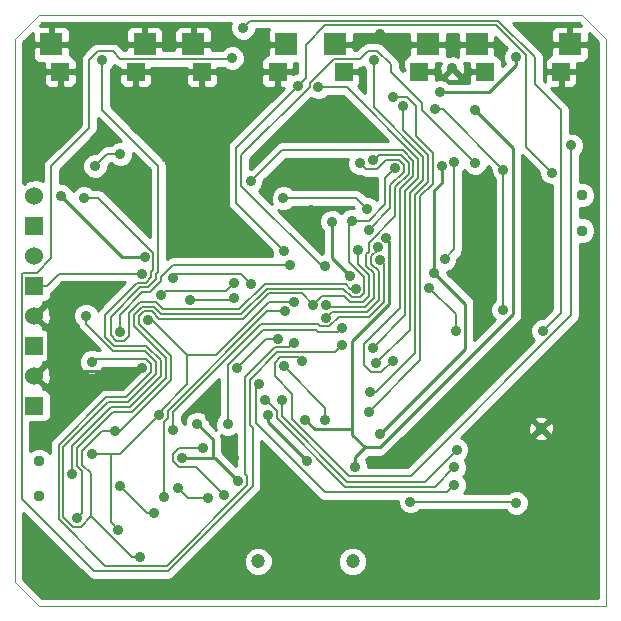
<source format=gbl>
G04 (created by PCBNEW (2013-jul-07)-stable) date Sat 15 Mar 2014 05:33:54 EET*
%MOIN*%
G04 Gerber Fmt 3.4, Leading zero omitted, Abs format*
%FSLAX34Y34*%
G01*
G70*
G90*
G04 APERTURE LIST*
%ADD10C,0.00590551*%
%ADD11C,0.00393701*%
%ADD12R,0.06X0.06*%
%ADD13C,0.06*%
%ADD14R,0.0748031X0.0748031*%
%ADD15R,0.0590551X0.0590551*%
%ADD16C,0.0472441*%
%ADD17C,0.0374016*%
%ADD18C,0.035*%
%ADD19C,0.00799213*%
%ADD20C,0.0114961*%
%ADD21C,0.01*%
G04 APERTURE END LIST*
G54D10*
G54D11*
X7874Y-26771D02*
X8661Y-27559D01*
X8661Y-7874D02*
X7874Y-8661D01*
X26771Y-7874D02*
X27559Y-8661D01*
X26771Y-7874D02*
X8661Y-7874D01*
X27559Y-27559D02*
X27559Y-8661D01*
X8661Y-27559D02*
X27559Y-27559D01*
X7874Y-8661D02*
X7874Y-26771D01*
G54D12*
X8500Y-14900D03*
G54D13*
X8500Y-13900D03*
G54D12*
X8500Y-18900D03*
G54D13*
X8500Y-17900D03*
G54D12*
X8500Y-16900D03*
G54D13*
X8500Y-15900D03*
G54D14*
X12185Y-8848D03*
X9074Y-8848D03*
G54D15*
X9370Y-9763D03*
X11889Y-9763D03*
G54D14*
X21633Y-8848D03*
X18523Y-8848D03*
G54D15*
X18818Y-9763D03*
X21338Y-9763D03*
G54D14*
X16909Y-8848D03*
X13799Y-8848D03*
G54D15*
X14094Y-9763D03*
X16614Y-9763D03*
G54D14*
X26358Y-8848D03*
X23248Y-8848D03*
G54D15*
X23543Y-9763D03*
X26062Y-9763D03*
G54D16*
X15964Y-26082D03*
X19114Y-26082D03*
G54D12*
X8500Y-20900D03*
G54D13*
X8500Y-19900D03*
G54D17*
X26771Y-15059D03*
X26771Y-13877D03*
X8661Y-22736D03*
X8661Y-23917D03*
G54D18*
X25393Y-21653D03*
X22440Y-9645D03*
X19656Y-15030D03*
X19361Y-12818D03*
X16634Y-18659D03*
X15264Y-19633D03*
X17171Y-18790D03*
X10411Y-19439D03*
X18435Y-14760D03*
X19030Y-16559D03*
X17597Y-22742D03*
X16296Y-21206D03*
X21844Y-16472D03*
X20037Y-21830D03*
X22079Y-12907D03*
X22578Y-22360D03*
X16769Y-20699D03*
X16179Y-20709D03*
X22500Y-22949D03*
X22502Y-23539D03*
X15988Y-20182D03*
X21039Y-24091D03*
X24566Y-24133D03*
X19822Y-9373D03*
X19885Y-19488D03*
X19649Y-21100D03*
X20469Y-10590D03*
X19689Y-20424D03*
X20794Y-10892D03*
X18193Y-16239D03*
X23203Y-12813D03*
X18214Y-17960D03*
X19948Y-15612D03*
X22180Y-16014D03*
X22509Y-12783D03*
X18238Y-17530D03*
X19791Y-12722D03*
X18763Y-18295D03*
X14953Y-21513D03*
X16821Y-19574D03*
X18208Y-21369D03*
X19782Y-18962D03*
X17975Y-10280D03*
X18770Y-18871D03*
X15098Y-9311D03*
X15158Y-16821D03*
X12734Y-17189D03*
X21854Y-11022D03*
X24140Y-13024D03*
X24135Y-17698D03*
X20511Y-22775D03*
X13188Y-14960D03*
X14370Y-21259D03*
X15157Y-22637D03*
X12204Y-14370D03*
X18897Y-10826D03*
X17716Y-14370D03*
X25000Y-16141D03*
X17913Y-13582D03*
X23425Y-17716D03*
X13976Y-26574D03*
X12107Y-19643D03*
X20024Y-8516D03*
X15160Y-17318D03*
X13688Y-17376D03*
X11358Y-18438D03*
X17028Y-16198D03*
X19599Y-14340D03*
X16807Y-13977D03*
X12180Y-15930D03*
X9398Y-13901D03*
X9771Y-23179D03*
X10157Y-13974D03*
X9926Y-24626D03*
X19078Y-14724D03*
X20529Y-12984D03*
X11347Y-23575D03*
X12485Y-24478D03*
X10765Y-9379D03*
X19211Y-16989D03*
X11376Y-12504D03*
X10534Y-12905D03*
X22011Y-10447D03*
X24553Y-9284D03*
X14143Y-22322D03*
X14842Y-23875D03*
X13305Y-23650D03*
X14296Y-23972D03*
X16839Y-15752D03*
X25765Y-13126D03*
X17296Y-10235D03*
X21676Y-16957D03*
X22545Y-18399D03*
X25452Y-18399D03*
X15463Y-8304D03*
X15739Y-16852D03*
X13125Y-16625D03*
X12104Y-16498D03*
X17427Y-19417D03*
X26404Y-12217D03*
X23194Y-11023D03*
X17535Y-21376D03*
X15306Y-23411D03*
X19202Y-22927D03*
X13444Y-22637D03*
X13937Y-21496D03*
X20244Y-15300D03*
X16852Y-17749D03*
X12835Y-23923D03*
X20445Y-19408D03*
X15716Y-13417D03*
X13130Y-21705D03*
X20026Y-16042D03*
X12014Y-25926D03*
X11210Y-21725D03*
X17802Y-17530D03*
X19302Y-15705D03*
X10227Y-17895D03*
X12289Y-18045D03*
X10418Y-22501D03*
X11307Y-25036D03*
X17156Y-17444D03*
X12657Y-21196D03*
G54D19*
X19562Y-13019D02*
X19361Y-12818D01*
X19911Y-13019D02*
X19562Y-13019D01*
X20242Y-12689D02*
X19911Y-13019D01*
X20651Y-12689D02*
X20242Y-12689D01*
X20824Y-12861D02*
X20651Y-12689D01*
X20824Y-13106D02*
X20824Y-12861D01*
X20377Y-13552D02*
X20824Y-13106D01*
X20377Y-14309D02*
X20377Y-13552D01*
X19656Y-15030D02*
X20377Y-14309D01*
X16238Y-18659D02*
X16634Y-18659D01*
X15264Y-19633D02*
X16238Y-18659D01*
X17007Y-18954D02*
X17171Y-18790D01*
X16532Y-18954D02*
X17007Y-18954D01*
X15533Y-19952D02*
X16532Y-18954D01*
X15533Y-23158D02*
X15533Y-19952D01*
X15609Y-23234D02*
X15533Y-23158D01*
X15609Y-23526D02*
X15609Y-23234D01*
X12911Y-26224D02*
X15609Y-23526D01*
X10853Y-26224D02*
X12911Y-26224D01*
X9311Y-24682D02*
X10853Y-26224D01*
X9311Y-22206D02*
X9311Y-24682D01*
X10901Y-20617D02*
X9311Y-22206D01*
X11557Y-20617D02*
X10901Y-20617D01*
X12405Y-19769D02*
X11557Y-20617D01*
X12405Y-19513D02*
X12405Y-19769D01*
X12229Y-19338D02*
X12405Y-19513D01*
X10511Y-19338D02*
X12229Y-19338D01*
X10411Y-19439D02*
X10511Y-19338D01*
G54D20*
X16296Y-21442D02*
X16296Y-21206D01*
X17597Y-22742D02*
X16296Y-21442D01*
X22862Y-17490D02*
X21844Y-16472D01*
X22862Y-19005D02*
X22862Y-17490D01*
X20037Y-21830D02*
X22862Y-19005D01*
X18435Y-15964D02*
X19030Y-16559D01*
X18435Y-14760D02*
X18435Y-15964D01*
X22079Y-13459D02*
X22079Y-12907D01*
X21844Y-13693D02*
X22079Y-13459D01*
X21844Y-16472D02*
X21844Y-13693D01*
G54D19*
X21511Y-23427D02*
X22578Y-22360D01*
X18942Y-23427D02*
X21511Y-23427D01*
X16769Y-21255D02*
X18942Y-23427D01*
X16769Y-20699D02*
X16769Y-21255D01*
X21845Y-23604D02*
X22500Y-22949D01*
X18876Y-23604D02*
X21845Y-23604D01*
X16591Y-21319D02*
X18876Y-23604D01*
X16591Y-21084D02*
X16591Y-21319D01*
X16216Y-20709D02*
X16591Y-21084D01*
X16179Y-20709D02*
X16216Y-20709D01*
X15884Y-20286D02*
X15988Y-20182D01*
X15884Y-21464D02*
X15884Y-20286D01*
X18208Y-23788D02*
X15884Y-21464D01*
X22253Y-23788D02*
X18208Y-23788D01*
X22502Y-23539D02*
X22253Y-23788D01*
X24528Y-24095D02*
X24566Y-24133D01*
X21039Y-24091D02*
X24528Y-24095D01*
X19822Y-10955D02*
X19822Y-9373D01*
X21464Y-12597D02*
X19822Y-10955D01*
X21464Y-13371D02*
X21464Y-12597D01*
X21017Y-13817D02*
X21464Y-13371D01*
X21017Y-18356D02*
X21017Y-13817D01*
X19885Y-19488D02*
X21017Y-18356D01*
X20920Y-10590D02*
X20469Y-10590D01*
X21238Y-10908D02*
X20920Y-10590D01*
X21238Y-11918D02*
X21238Y-10908D01*
X21784Y-12464D02*
X21238Y-11918D01*
X21784Y-13503D02*
X21784Y-12464D01*
X21374Y-13913D02*
X21784Y-13503D01*
X21374Y-19374D02*
X21374Y-13913D01*
X19649Y-21100D02*
X21374Y-19374D01*
X20794Y-11701D02*
X20794Y-10892D01*
X21624Y-12530D02*
X20794Y-11701D01*
X21624Y-13437D02*
X21624Y-12530D01*
X21180Y-13880D02*
X21624Y-13437D01*
X21180Y-19135D02*
X21180Y-13880D01*
X19891Y-20424D02*
X21180Y-19135D01*
X19689Y-20424D02*
X19891Y-20424D01*
X18086Y-16239D02*
X18193Y-16239D01*
X15410Y-13564D02*
X18086Y-16239D01*
X15410Y-12537D02*
X15410Y-13564D01*
X17680Y-10267D02*
X15410Y-12537D01*
X17680Y-10140D02*
X17680Y-10267D01*
X18478Y-9342D02*
X17680Y-10140D01*
X19352Y-9342D02*
X18478Y-9342D01*
X19620Y-9074D02*
X19352Y-9342D01*
X19941Y-9074D02*
X19620Y-9074D01*
X20388Y-9521D02*
X19941Y-9074D01*
X20388Y-9760D02*
X20388Y-9521D01*
X21422Y-10794D02*
X20388Y-9760D01*
X21422Y-11033D02*
X21422Y-10794D01*
X23203Y-12813D02*
X21422Y-11033D01*
X18225Y-17960D02*
X18214Y-17960D01*
X18421Y-17764D02*
X18225Y-17960D01*
X19591Y-17764D02*
X18421Y-17764D01*
X19986Y-17369D02*
X19591Y-17764D01*
X19986Y-16419D02*
X19986Y-17369D01*
X19731Y-16164D02*
X19986Y-16419D01*
X19731Y-15920D02*
X19731Y-16164D01*
X19948Y-15703D02*
X19731Y-15920D01*
X19948Y-15612D02*
X19948Y-15703D01*
X22509Y-15685D02*
X22509Y-12783D01*
X22180Y-16014D02*
X22509Y-15685D01*
X19984Y-12529D02*
X19791Y-12722D01*
X20717Y-12529D02*
X19984Y-12529D01*
X20984Y-12795D02*
X20717Y-12529D01*
X20984Y-13172D02*
X20984Y-12795D01*
X20537Y-13619D02*
X20984Y-13172D01*
X20537Y-14566D02*
X20537Y-13619D01*
X19645Y-15459D02*
X20537Y-14566D01*
X19645Y-15780D02*
X19645Y-15459D01*
X19571Y-15854D02*
X19645Y-15780D01*
X19571Y-16230D02*
X19571Y-15854D01*
X19826Y-16486D02*
X19571Y-16230D01*
X19826Y-17302D02*
X19826Y-16486D01*
X19525Y-17604D02*
X19826Y-17302D01*
X18311Y-17604D02*
X19525Y-17604D01*
X18238Y-17530D02*
X18311Y-17604D01*
X14953Y-19525D02*
X14953Y-21513D01*
X16115Y-18364D02*
X14953Y-19525D01*
X17894Y-18364D02*
X16115Y-18364D01*
X17954Y-18424D02*
X17894Y-18364D01*
X18635Y-18424D02*
X17954Y-18424D01*
X18763Y-18295D02*
X18635Y-18424D01*
X18208Y-20961D02*
X16821Y-19574D01*
X18208Y-21369D02*
X18208Y-20961D01*
X18921Y-10280D02*
X17975Y-10280D01*
X21304Y-12663D02*
X18921Y-10280D01*
X21304Y-13304D02*
X21304Y-12663D01*
X20857Y-13751D02*
X21304Y-13304D01*
X20857Y-17887D02*
X20857Y-13751D01*
X19782Y-18962D02*
X20857Y-17887D01*
X18527Y-19114D02*
X18770Y-18871D01*
X16610Y-19114D02*
X18527Y-19114D01*
X15693Y-20031D02*
X16610Y-19114D01*
X15693Y-21554D02*
X15693Y-20031D01*
X15784Y-21646D02*
X15693Y-21554D01*
X15784Y-23577D02*
X15784Y-21646D01*
X12962Y-26399D02*
X15784Y-23577D01*
X10488Y-26399D02*
X12962Y-26399D01*
X8079Y-23990D02*
X10488Y-26399D01*
X8079Y-16520D02*
X8079Y-23990D01*
X8143Y-16456D02*
X8079Y-16520D01*
X8580Y-16456D02*
X8143Y-16456D01*
X9072Y-15964D02*
X8580Y-16456D01*
X9072Y-12915D02*
X9072Y-15964D01*
X10337Y-11650D02*
X9072Y-12915D01*
X10337Y-9362D02*
X10337Y-11650D01*
X10615Y-9084D02*
X10337Y-9362D01*
X11114Y-9084D02*
X10615Y-9084D01*
X11372Y-9342D02*
X11114Y-9084D01*
X15067Y-9342D02*
X11372Y-9342D01*
X15098Y-9311D02*
X15067Y-9342D01*
X12845Y-17079D02*
X12734Y-17189D01*
X14900Y-17079D02*
X12845Y-17079D01*
X15158Y-16821D02*
X14900Y-17079D01*
X24135Y-13030D02*
X24135Y-17698D01*
X24140Y-13024D02*
X24135Y-13030D01*
X22138Y-11022D02*
X21854Y-11022D01*
X24140Y-13024D02*
X22138Y-11022D01*
G54D20*
X8500Y-19900D02*
X8951Y-19448D01*
X8951Y-18351D02*
X8500Y-17900D01*
X8951Y-19448D02*
X8951Y-18351D01*
X11999Y-19751D02*
X12107Y-19643D01*
X9254Y-19751D02*
X11999Y-19751D01*
X8951Y-19448D02*
X9254Y-19751D01*
X19931Y-8609D02*
X20024Y-8516D01*
X19398Y-8609D02*
X19931Y-8609D01*
G54D19*
X15102Y-17376D02*
X15160Y-17318D01*
X13688Y-17376D02*
X15102Y-17376D01*
X11358Y-17864D02*
X11358Y-18438D01*
X12109Y-17113D02*
X11358Y-17864D01*
X12359Y-17113D02*
X12109Y-17113D01*
X12727Y-16744D02*
X12359Y-17113D01*
X12727Y-16600D02*
X12727Y-16744D01*
X13129Y-16198D02*
X12727Y-16600D01*
X17028Y-16198D02*
X13129Y-16198D01*
X19236Y-13977D02*
X19599Y-14340D01*
X16807Y-13977D02*
X19236Y-13977D01*
G54D20*
X11427Y-15930D02*
X12180Y-15930D01*
X9398Y-13901D02*
X11427Y-15930D01*
G54D19*
X9765Y-23173D02*
X9771Y-23179D01*
X9765Y-22244D02*
X9765Y-23173D01*
X11068Y-20941D02*
X9765Y-22244D01*
X11703Y-20941D02*
X11068Y-20941D01*
X12726Y-19919D02*
X11703Y-20941D01*
X12726Y-19381D02*
X12726Y-19919D01*
X12237Y-18893D02*
X12726Y-19381D01*
X11170Y-18893D02*
X12237Y-18893D01*
X10869Y-18592D02*
X11170Y-18893D01*
X10869Y-17868D02*
X10869Y-18592D01*
X11944Y-16793D02*
X10869Y-17868D01*
X12226Y-16793D02*
X11944Y-16793D01*
X12407Y-16612D02*
X12226Y-16793D01*
X12407Y-16435D02*
X12407Y-16612D01*
X12475Y-16367D02*
X12407Y-16435D01*
X12475Y-15808D02*
X12475Y-16367D01*
X10642Y-13974D02*
X12475Y-15808D01*
X10157Y-13974D02*
X10642Y-13974D01*
X19007Y-14795D02*
X19078Y-14724D01*
X19007Y-16119D02*
X19007Y-14795D01*
X19506Y-16618D02*
X19007Y-16119D01*
X19506Y-17132D02*
X19506Y-16618D01*
X19354Y-17284D02*
X19506Y-17132D01*
X19089Y-17284D02*
X19354Y-17284D01*
X18794Y-16989D02*
X19089Y-17284D01*
X16245Y-16989D02*
X18794Y-16989D01*
X15402Y-17833D02*
X16245Y-16989D01*
X12721Y-17833D02*
X15402Y-17833D01*
X12479Y-17590D02*
X12721Y-17833D01*
X12100Y-17590D02*
X12479Y-17590D01*
X11834Y-17856D02*
X12100Y-17590D01*
X11834Y-18234D02*
X11834Y-17856D01*
X12890Y-19290D02*
X11834Y-18234D01*
X12890Y-19981D02*
X12890Y-19290D01*
X11756Y-21116D02*
X12890Y-19981D01*
X11132Y-21116D02*
X11756Y-21116D01*
X9926Y-22322D02*
X11132Y-21116D01*
X9926Y-22902D02*
X9926Y-22322D01*
X10080Y-23056D02*
X9926Y-22902D01*
X10080Y-24472D02*
X10080Y-23056D01*
X9926Y-24626D02*
X10080Y-24472D01*
X20210Y-13302D02*
X20529Y-12984D01*
X20210Y-14168D02*
X20210Y-13302D01*
X19653Y-14724D02*
X20210Y-14168D01*
X19078Y-14724D02*
X19653Y-14724D01*
X12250Y-24478D02*
X11347Y-23575D01*
X12485Y-24478D02*
X12250Y-24478D01*
X19043Y-16989D02*
X19211Y-16989D01*
X18883Y-16829D02*
X19043Y-16989D01*
X16179Y-16829D02*
X18883Y-16829D01*
X15335Y-17673D02*
X16179Y-16829D01*
X12787Y-17673D02*
X15335Y-17673D01*
X12545Y-17430D02*
X12787Y-17673D01*
X12034Y-17430D02*
X12545Y-17430D01*
X11653Y-17810D02*
X12034Y-17430D01*
X11653Y-18560D02*
X11653Y-17810D01*
X11481Y-18733D02*
X11653Y-18560D01*
X11236Y-18733D02*
X11481Y-18733D01*
X11047Y-18544D02*
X11236Y-18733D01*
X11047Y-17937D02*
X11047Y-18544D01*
X12031Y-16953D02*
X11047Y-17937D01*
X12293Y-16953D02*
X12031Y-16953D01*
X12567Y-16678D02*
X12293Y-16953D01*
X12567Y-16501D02*
X12567Y-16678D01*
X12635Y-16433D02*
X12567Y-16501D01*
X12635Y-12895D02*
X12635Y-16433D01*
X10765Y-11026D02*
X12635Y-12895D01*
X10765Y-9379D02*
X10765Y-11026D01*
X10935Y-12504D02*
X10534Y-12905D01*
X11376Y-12504D02*
X10935Y-12504D01*
G54D20*
X23658Y-10447D02*
X22011Y-10447D01*
X24553Y-9552D02*
X23658Y-10447D01*
X24553Y-9284D02*
X24553Y-9552D01*
G54D19*
X13900Y-22932D02*
X14842Y-23875D01*
X13322Y-22932D02*
X13900Y-22932D01*
X13130Y-22740D02*
X13322Y-22932D01*
X13130Y-22512D02*
X13130Y-22740D01*
X13320Y-22322D02*
X13130Y-22512D01*
X14143Y-22322D02*
X13320Y-22322D01*
X13627Y-23972D02*
X13305Y-23650D01*
X14296Y-23972D02*
X13627Y-23972D01*
X15237Y-12293D02*
X17296Y-10235D01*
X15237Y-14150D02*
X15237Y-12293D01*
X16839Y-15752D02*
X15237Y-14150D01*
X17565Y-9965D02*
X17296Y-10235D01*
X17565Y-8864D02*
X17565Y-9965D01*
X18208Y-8221D02*
X17565Y-8864D01*
X23906Y-8221D02*
X18208Y-8221D01*
X24896Y-9211D02*
X23906Y-8221D01*
X24896Y-12256D02*
X24896Y-9211D01*
X25765Y-13126D02*
X24896Y-12256D01*
X22545Y-17827D02*
X21676Y-16957D01*
X22545Y-18399D02*
X22545Y-17827D01*
X15705Y-8061D02*
X15463Y-8304D01*
X23970Y-8061D02*
X15705Y-8061D01*
X25189Y-9280D02*
X23970Y-8061D01*
X25189Y-10174D02*
X25189Y-9280D01*
X26061Y-11045D02*
X25189Y-10174D01*
X26061Y-17791D02*
X26061Y-11045D01*
X25452Y-18399D02*
X26061Y-17791D01*
X13233Y-16517D02*
X13125Y-16625D01*
X15404Y-16517D02*
X13233Y-16517D01*
X15739Y-16852D02*
X15404Y-16517D01*
X9321Y-16498D02*
X12104Y-16498D01*
X8920Y-16900D02*
X9321Y-16498D01*
X8500Y-16900D02*
X8920Y-16900D01*
X26404Y-17887D02*
X26404Y-12217D01*
X21053Y-23237D02*
X26404Y-17887D01*
X18978Y-23237D02*
X21053Y-23237D01*
X17085Y-21344D02*
X18978Y-23237D01*
X17085Y-20490D02*
X17085Y-21344D01*
X16514Y-19920D02*
X17085Y-20490D01*
X16514Y-19464D02*
X16514Y-19920D01*
X16699Y-19279D02*
X16514Y-19464D01*
X17289Y-19279D02*
X16699Y-19279D01*
X17427Y-19417D02*
X17289Y-19279D01*
G54D20*
X19202Y-22612D02*
X19202Y-22927D01*
X19530Y-22284D02*
X19202Y-22612D01*
X14456Y-22015D02*
X13937Y-21496D01*
X14456Y-22637D02*
X14456Y-22015D01*
X13444Y-22637D02*
X14456Y-22637D01*
X14533Y-22637D02*
X15306Y-23411D01*
X14456Y-22637D02*
X14533Y-22637D01*
X19103Y-21857D02*
X19103Y-21686D01*
X19530Y-22284D02*
X19103Y-21857D01*
X17845Y-21686D02*
X17535Y-21376D01*
X19103Y-21686D02*
X17845Y-21686D01*
X24469Y-12298D02*
X23194Y-11023D01*
X24469Y-17840D02*
X24469Y-12298D01*
X20026Y-22284D02*
X24469Y-17840D01*
X19530Y-22284D02*
X20026Y-22284D01*
X19103Y-18729D02*
X19103Y-21686D01*
X20338Y-17493D02*
X19103Y-18729D01*
X20338Y-15394D02*
X20338Y-17493D01*
X20244Y-15300D02*
X20338Y-15394D01*
G54D19*
X16277Y-17749D02*
X16852Y-17749D01*
X12952Y-21074D02*
X16277Y-17749D01*
X12952Y-21319D02*
X12952Y-21074D01*
X12835Y-21436D02*
X12952Y-21319D01*
X12835Y-23923D02*
X12835Y-21436D01*
X16764Y-12369D02*
X15716Y-13417D01*
X20783Y-12369D02*
X16764Y-12369D01*
X21144Y-12729D02*
X20783Y-12369D01*
X21144Y-13238D02*
X21144Y-12729D01*
X20697Y-13685D02*
X21144Y-13238D01*
X20697Y-17630D02*
X20697Y-13685D01*
X19487Y-18840D02*
X20697Y-17630D01*
X19487Y-19537D02*
X19487Y-18840D01*
X19738Y-19788D02*
X19487Y-19537D01*
X20066Y-19788D02*
X19738Y-19788D01*
X20445Y-19408D02*
X20066Y-19788D01*
X13130Y-21122D02*
X13130Y-21705D01*
X16070Y-18183D02*
X13130Y-21122D01*
X17953Y-18183D02*
X16070Y-18183D01*
X18025Y-18255D02*
X17953Y-18183D01*
X18336Y-18255D02*
X18025Y-18255D01*
X18667Y-17924D02*
X18336Y-18255D01*
X19657Y-17924D02*
X18667Y-17924D01*
X20146Y-17435D02*
X19657Y-17924D01*
X20146Y-16162D02*
X20146Y-17435D01*
X20026Y-16042D02*
X20146Y-16162D01*
X11765Y-25926D02*
X10405Y-24566D01*
X12014Y-25926D02*
X11765Y-25926D01*
X10777Y-21725D02*
X11210Y-21725D01*
X10106Y-22396D02*
X10777Y-21725D01*
X10106Y-22856D02*
X10106Y-22396D01*
X10405Y-23154D02*
X10106Y-22856D01*
X10405Y-24566D02*
X10405Y-23154D01*
X18098Y-17235D02*
X17802Y-17530D01*
X18814Y-17235D02*
X18098Y-17235D01*
X19023Y-17444D02*
X18814Y-17235D01*
X19458Y-17444D02*
X19023Y-17444D01*
X19666Y-17236D02*
X19458Y-17444D01*
X19666Y-16552D02*
X19666Y-17236D01*
X19302Y-16188D02*
X19666Y-16552D01*
X19302Y-15705D02*
X19302Y-16188D01*
X17421Y-17149D02*
X17802Y-17530D01*
X16311Y-17149D02*
X17421Y-17149D01*
X15468Y-17993D02*
X16311Y-17149D01*
X12655Y-17993D02*
X15468Y-17993D01*
X12412Y-17750D02*
X12655Y-17993D01*
X12166Y-17750D02*
X12412Y-17750D01*
X11994Y-17922D02*
X12166Y-17750D01*
X11994Y-18167D02*
X11994Y-17922D01*
X13054Y-19227D02*
X11994Y-18167D01*
X13054Y-20044D02*
X13054Y-19227D01*
X11373Y-21725D02*
X13054Y-20044D01*
X11210Y-21725D02*
X11373Y-21725D01*
X10047Y-24923D02*
X10405Y-24566D01*
X9779Y-24923D02*
X10047Y-24923D01*
X9471Y-24615D02*
X9779Y-24923D01*
X9471Y-22272D02*
X9471Y-24615D01*
X10967Y-20777D02*
X9471Y-22272D01*
X11642Y-20777D02*
X10967Y-20777D01*
X12566Y-19853D02*
X11642Y-20777D01*
X12566Y-19447D02*
X12566Y-19853D01*
X12198Y-19080D02*
X12566Y-19447D01*
X11130Y-19080D02*
X12198Y-19080D01*
X10227Y-18177D02*
X11130Y-19080D01*
X10227Y-17895D02*
X10227Y-18177D01*
X10418Y-22501D02*
X11048Y-22501D01*
X11048Y-24777D02*
X11307Y-25036D01*
X11048Y-22501D02*
X11048Y-24777D01*
X14547Y-19219D02*
X13607Y-19219D01*
X16322Y-17444D02*
X14547Y-19219D01*
X17156Y-17444D02*
X16322Y-17444D01*
X11352Y-22501D02*
X12657Y-21196D01*
X11048Y-22501D02*
X11352Y-22501D01*
X12657Y-21138D02*
X12657Y-21196D01*
X13607Y-20188D02*
X12657Y-21138D01*
X13607Y-19219D02*
X13607Y-20188D01*
X12433Y-18045D02*
X12289Y-18045D01*
X13607Y-19219D02*
X12433Y-18045D01*
G54D10*
G36*
X8576Y-13905D02*
X8505Y-13976D01*
X8500Y-13970D01*
X8494Y-13976D01*
X8423Y-13905D01*
X8429Y-13900D01*
X8423Y-13894D01*
X8494Y-13823D01*
X8500Y-13829D01*
X8505Y-13823D01*
X8576Y-13894D01*
X8570Y-13900D01*
X8576Y-13905D01*
X8576Y-13905D01*
G37*
G54D21*
X8576Y-13905D02*
X8505Y-13976D01*
X8500Y-13970D01*
X8494Y-13976D01*
X8423Y-13905D01*
X8429Y-13900D01*
X8423Y-13894D01*
X8494Y-13823D01*
X8500Y-13829D01*
X8505Y-13823D01*
X8576Y-13894D01*
X8570Y-13900D01*
X8576Y-13905D01*
G54D10*
G36*
X8576Y-15905D02*
X8505Y-15976D01*
X8500Y-15970D01*
X8494Y-15976D01*
X8423Y-15905D01*
X8429Y-15900D01*
X8423Y-15894D01*
X8494Y-15823D01*
X8500Y-15829D01*
X8505Y-15823D01*
X8576Y-15894D01*
X8570Y-15900D01*
X8576Y-15905D01*
X8576Y-15905D01*
G37*
G54D21*
X8576Y-15905D02*
X8505Y-15976D01*
X8500Y-15970D01*
X8494Y-15976D01*
X8423Y-15905D01*
X8429Y-15900D01*
X8423Y-15894D01*
X8494Y-15823D01*
X8500Y-15829D01*
X8505Y-15823D01*
X8576Y-15894D01*
X8570Y-15900D01*
X8576Y-15905D01*
G54D10*
G36*
X12115Y-19649D02*
X11437Y-20327D01*
X10901Y-20327D01*
X10790Y-20349D01*
X10696Y-20412D01*
X9106Y-22001D01*
X9054Y-22079D01*
X9054Y-19981D01*
X9054Y-17981D01*
X9043Y-17763D01*
X8981Y-17612D01*
X8885Y-17584D01*
X8570Y-17900D01*
X8885Y-18215D01*
X8981Y-18187D01*
X9054Y-17981D01*
X9054Y-19981D01*
X9043Y-19763D01*
X8981Y-19612D01*
X8885Y-19584D01*
X8570Y-19900D01*
X8885Y-20215D01*
X8981Y-20187D01*
X9054Y-19981D01*
X9054Y-22079D01*
X9043Y-22095D01*
X9021Y-22206D01*
X9021Y-22478D01*
X8909Y-22365D01*
X8748Y-22299D01*
X8574Y-22299D01*
X8414Y-22365D01*
X8369Y-22409D01*
X8369Y-21450D01*
X8849Y-21450D01*
X8941Y-21412D01*
X9011Y-21341D01*
X9049Y-21249D01*
X9050Y-21150D01*
X9050Y-20550D01*
X9012Y-20458D01*
X8941Y-20388D01*
X8849Y-20350D01*
X8796Y-20349D01*
X8815Y-20285D01*
X8500Y-19970D01*
X8494Y-19976D01*
X8423Y-19905D01*
X8429Y-19900D01*
X8423Y-19894D01*
X8494Y-19823D01*
X8500Y-19829D01*
X8815Y-19514D01*
X8796Y-19450D01*
X8849Y-19450D01*
X8941Y-19412D01*
X9011Y-19341D01*
X9049Y-19249D01*
X9050Y-19150D01*
X9050Y-18550D01*
X9012Y-18458D01*
X8941Y-18388D01*
X8849Y-18350D01*
X8796Y-18349D01*
X8815Y-18285D01*
X8500Y-17970D01*
X8494Y-17976D01*
X8423Y-17905D01*
X8429Y-17900D01*
X8423Y-17894D01*
X8494Y-17823D01*
X8500Y-17829D01*
X8815Y-17514D01*
X8796Y-17450D01*
X8849Y-17450D01*
X8941Y-17412D01*
X9011Y-17341D01*
X9049Y-17249D01*
X9050Y-17155D01*
X9125Y-17105D01*
X9441Y-16788D01*
X11539Y-16788D01*
X10664Y-17663D01*
X10619Y-17730D01*
X10588Y-17655D01*
X10469Y-17535D01*
X10312Y-17470D01*
X10143Y-17470D01*
X9987Y-17535D01*
X9867Y-17654D01*
X9803Y-17810D01*
X9802Y-17980D01*
X9867Y-18136D01*
X9945Y-18214D01*
X9960Y-18288D01*
X10022Y-18382D01*
X10689Y-19048D01*
X10578Y-19048D01*
X10496Y-19014D01*
X10326Y-19014D01*
X10170Y-19078D01*
X10051Y-19198D01*
X9986Y-19354D01*
X9986Y-19523D01*
X10050Y-19679D01*
X10170Y-19799D01*
X10326Y-19864D01*
X10495Y-19864D01*
X10651Y-19799D01*
X10771Y-19680D01*
X10792Y-19628D01*
X12109Y-19628D01*
X12115Y-19634D01*
X12115Y-19649D01*
X12115Y-19649D01*
G37*
G54D21*
X12115Y-19649D02*
X11437Y-20327D01*
X10901Y-20327D01*
X10790Y-20349D01*
X10696Y-20412D01*
X9106Y-22001D01*
X9054Y-22079D01*
X9054Y-19981D01*
X9054Y-17981D01*
X9043Y-17763D01*
X8981Y-17612D01*
X8885Y-17584D01*
X8570Y-17900D01*
X8885Y-18215D01*
X8981Y-18187D01*
X9054Y-17981D01*
X9054Y-19981D01*
X9043Y-19763D01*
X8981Y-19612D01*
X8885Y-19584D01*
X8570Y-19900D01*
X8885Y-20215D01*
X8981Y-20187D01*
X9054Y-19981D01*
X9054Y-22079D01*
X9043Y-22095D01*
X9021Y-22206D01*
X9021Y-22478D01*
X8909Y-22365D01*
X8748Y-22299D01*
X8574Y-22299D01*
X8414Y-22365D01*
X8369Y-22409D01*
X8369Y-21450D01*
X8849Y-21450D01*
X8941Y-21412D01*
X9011Y-21341D01*
X9049Y-21249D01*
X9050Y-21150D01*
X9050Y-20550D01*
X9012Y-20458D01*
X8941Y-20388D01*
X8849Y-20350D01*
X8796Y-20349D01*
X8815Y-20285D01*
X8500Y-19970D01*
X8494Y-19976D01*
X8423Y-19905D01*
X8429Y-19900D01*
X8423Y-19894D01*
X8494Y-19823D01*
X8500Y-19829D01*
X8815Y-19514D01*
X8796Y-19450D01*
X8849Y-19450D01*
X8941Y-19412D01*
X9011Y-19341D01*
X9049Y-19249D01*
X9050Y-19150D01*
X9050Y-18550D01*
X9012Y-18458D01*
X8941Y-18388D01*
X8849Y-18350D01*
X8796Y-18349D01*
X8815Y-18285D01*
X8500Y-17970D01*
X8494Y-17976D01*
X8423Y-17905D01*
X8429Y-17900D01*
X8423Y-17894D01*
X8494Y-17823D01*
X8500Y-17829D01*
X8815Y-17514D01*
X8796Y-17450D01*
X8849Y-17450D01*
X8941Y-17412D01*
X9011Y-17341D01*
X9049Y-17249D01*
X9050Y-17155D01*
X9125Y-17105D01*
X9441Y-16788D01*
X11539Y-16788D01*
X10664Y-17663D01*
X10619Y-17730D01*
X10588Y-17655D01*
X10469Y-17535D01*
X10312Y-17470D01*
X10143Y-17470D01*
X9987Y-17535D01*
X9867Y-17654D01*
X9803Y-17810D01*
X9802Y-17980D01*
X9867Y-18136D01*
X9945Y-18214D01*
X9960Y-18288D01*
X10022Y-18382D01*
X10689Y-19048D01*
X10578Y-19048D01*
X10496Y-19014D01*
X10326Y-19014D01*
X10170Y-19078D01*
X10051Y-19198D01*
X9986Y-19354D01*
X9986Y-19523D01*
X10050Y-19679D01*
X10170Y-19799D01*
X10326Y-19864D01*
X10495Y-19864D01*
X10651Y-19799D01*
X10771Y-19680D01*
X10792Y-19628D01*
X12109Y-19628D01*
X12115Y-19634D01*
X12115Y-19649D01*
G54D10*
G36*
X12345Y-15268D02*
X10847Y-13769D01*
X10753Y-13706D01*
X10642Y-13684D01*
X10468Y-13684D01*
X10398Y-13614D01*
X10242Y-13549D01*
X10073Y-13549D01*
X9917Y-13614D01*
X9797Y-13733D01*
X9793Y-13743D01*
X9759Y-13661D01*
X9639Y-13541D01*
X9483Y-13476D01*
X9362Y-13476D01*
X9362Y-13035D01*
X10542Y-11855D01*
X10605Y-11761D01*
X10605Y-11761D01*
X10609Y-11742D01*
X10627Y-11650D01*
X10627Y-11650D01*
X10627Y-11298D01*
X11409Y-12079D01*
X11292Y-12079D01*
X11136Y-12144D01*
X11065Y-12214D01*
X10935Y-12214D01*
X10824Y-12236D01*
X10730Y-12299D01*
X10549Y-12480D01*
X10450Y-12480D01*
X10294Y-12545D01*
X10174Y-12664D01*
X10109Y-12820D01*
X10109Y-12989D01*
X10174Y-13146D01*
X10293Y-13265D01*
X10449Y-13330D01*
X10618Y-13330D01*
X10775Y-13266D01*
X10894Y-13146D01*
X10959Y-12990D01*
X10959Y-12890D01*
X11055Y-12794D01*
X11065Y-12794D01*
X11135Y-12864D01*
X11291Y-12929D01*
X11460Y-12929D01*
X11616Y-12865D01*
X11736Y-12745D01*
X11801Y-12589D01*
X11801Y-12472D01*
X12345Y-13016D01*
X12345Y-15268D01*
X12345Y-15268D01*
G37*
G54D21*
X12345Y-15268D02*
X10847Y-13769D01*
X10753Y-13706D01*
X10642Y-13684D01*
X10468Y-13684D01*
X10398Y-13614D01*
X10242Y-13549D01*
X10073Y-13549D01*
X9917Y-13614D01*
X9797Y-13733D01*
X9793Y-13743D01*
X9759Y-13661D01*
X9639Y-13541D01*
X9483Y-13476D01*
X9362Y-13476D01*
X9362Y-13035D01*
X10542Y-11855D01*
X10605Y-11761D01*
X10605Y-11761D01*
X10609Y-11742D01*
X10627Y-11650D01*
X10627Y-11650D01*
X10627Y-11298D01*
X11409Y-12079D01*
X11292Y-12079D01*
X11136Y-12144D01*
X11065Y-12214D01*
X10935Y-12214D01*
X10824Y-12236D01*
X10730Y-12299D01*
X10549Y-12480D01*
X10450Y-12480D01*
X10294Y-12545D01*
X10174Y-12664D01*
X10109Y-12820D01*
X10109Y-12989D01*
X10174Y-13146D01*
X10293Y-13265D01*
X10449Y-13330D01*
X10618Y-13330D01*
X10775Y-13266D01*
X10894Y-13146D01*
X10959Y-12990D01*
X10959Y-12890D01*
X11055Y-12794D01*
X11065Y-12794D01*
X11135Y-12864D01*
X11291Y-12929D01*
X11460Y-12929D01*
X11616Y-12865D01*
X11736Y-12745D01*
X11801Y-12589D01*
X11801Y-12472D01*
X12345Y-13016D01*
X12345Y-15268D01*
G54D10*
G36*
X14663Y-21202D02*
X14593Y-21272D01*
X14528Y-21428D01*
X14528Y-21598D01*
X14567Y-21691D01*
X14362Y-21486D01*
X14362Y-21411D01*
X14297Y-21255D01*
X14178Y-21135D01*
X14021Y-21071D01*
X13852Y-21070D01*
X13696Y-21135D01*
X13576Y-21255D01*
X13512Y-21411D01*
X13511Y-21515D01*
X13491Y-21465D01*
X13420Y-21394D01*
X13420Y-21242D01*
X14663Y-19999D01*
X14663Y-21202D01*
X14663Y-21202D01*
G37*
G54D21*
X14663Y-21202D02*
X14593Y-21272D01*
X14528Y-21428D01*
X14528Y-21598D01*
X14567Y-21691D01*
X14362Y-21486D01*
X14362Y-21411D01*
X14297Y-21255D01*
X14178Y-21135D01*
X14021Y-21071D01*
X13852Y-21070D01*
X13696Y-21135D01*
X13576Y-21255D01*
X13512Y-21411D01*
X13511Y-21515D01*
X13491Y-21465D01*
X13420Y-21394D01*
X13420Y-21242D01*
X14663Y-19999D01*
X14663Y-21202D01*
G54D10*
G36*
X15243Y-22913D02*
X14763Y-22433D01*
X14763Y-22015D01*
X14740Y-21897D01*
X14729Y-21880D01*
X14868Y-21938D01*
X15037Y-21938D01*
X15194Y-21874D01*
X15243Y-21825D01*
X15243Y-22913D01*
X15243Y-22913D01*
G37*
G54D21*
X15243Y-22913D02*
X14763Y-22433D01*
X14763Y-22015D01*
X14740Y-21897D01*
X14729Y-21880D01*
X14868Y-21938D01*
X15037Y-21938D01*
X15194Y-21874D01*
X15243Y-21825D01*
X15243Y-22913D01*
G54D10*
G36*
X17275Y-9810D02*
X17211Y-9810D01*
X17128Y-9844D01*
X17096Y-9813D01*
X16664Y-9813D01*
X16664Y-10246D01*
X16726Y-10309D01*
X16812Y-10309D01*
X16564Y-10557D01*
X16564Y-10246D01*
X16564Y-9813D01*
X16131Y-9813D01*
X16068Y-9876D01*
X16068Y-10009D01*
X16068Y-10109D01*
X16107Y-10200D01*
X16177Y-10271D01*
X16269Y-10309D01*
X16501Y-10309D01*
X16564Y-10246D01*
X16564Y-10557D01*
X15032Y-12088D01*
X14969Y-12182D01*
X14947Y-12293D01*
X14947Y-14150D01*
X14969Y-14261D01*
X15032Y-14355D01*
X16414Y-15737D01*
X16414Y-15836D01*
X16444Y-15909D01*
X14639Y-15909D01*
X14639Y-10009D01*
X14639Y-9876D01*
X14577Y-9813D01*
X14144Y-9813D01*
X14144Y-10246D01*
X14206Y-10309D01*
X14439Y-10309D01*
X14531Y-10271D01*
X14601Y-10200D01*
X14639Y-10109D01*
X14639Y-10009D01*
X14639Y-15909D01*
X14044Y-15909D01*
X14044Y-10246D01*
X14044Y-9813D01*
X13611Y-9813D01*
X13549Y-9876D01*
X13549Y-10009D01*
X13549Y-10109D01*
X13587Y-10200D01*
X13657Y-10271D01*
X13749Y-10309D01*
X13981Y-10309D01*
X14044Y-10246D01*
X14044Y-15909D01*
X13129Y-15909D01*
X13018Y-15931D01*
X12986Y-15951D01*
X12925Y-15993D01*
X12925Y-12895D01*
X12925Y-12895D01*
X12903Y-12785D01*
X12903Y-12785D01*
X12882Y-12753D01*
X12840Y-12690D01*
X12840Y-12690D01*
X12435Y-12285D01*
X12435Y-10009D01*
X12435Y-9876D01*
X12372Y-9813D01*
X11939Y-9813D01*
X11939Y-10246D01*
X12002Y-10309D01*
X12234Y-10309D01*
X12326Y-10271D01*
X12396Y-10200D01*
X12434Y-10109D01*
X12435Y-10009D01*
X12435Y-12285D01*
X11839Y-11690D01*
X11839Y-10246D01*
X11839Y-9813D01*
X11406Y-9813D01*
X11344Y-9876D01*
X11344Y-10009D01*
X11344Y-10109D01*
X11382Y-10200D01*
X11453Y-10271D01*
X11544Y-10309D01*
X11777Y-10309D01*
X11839Y-10246D01*
X11839Y-11690D01*
X11055Y-10906D01*
X11055Y-9690D01*
X11125Y-9620D01*
X11159Y-9539D01*
X11167Y-9547D01*
X11261Y-9610D01*
X11261Y-9610D01*
X11344Y-9626D01*
X11344Y-9651D01*
X11406Y-9713D01*
X11839Y-9713D01*
X11839Y-9705D01*
X11939Y-9705D01*
X11939Y-9713D01*
X12372Y-9713D01*
X12435Y-9651D01*
X12435Y-9632D01*
X13549Y-9632D01*
X13549Y-9651D01*
X13611Y-9713D01*
X14044Y-9713D01*
X14044Y-9705D01*
X14144Y-9705D01*
X14144Y-9713D01*
X14577Y-9713D01*
X14639Y-9651D01*
X14639Y-9632D01*
X14817Y-9632D01*
X14857Y-9671D01*
X15013Y-9736D01*
X15182Y-9736D01*
X15338Y-9672D01*
X15458Y-9552D01*
X15523Y-9396D01*
X15523Y-9227D01*
X15458Y-9071D01*
X15339Y-8951D01*
X15183Y-8886D01*
X15013Y-8886D01*
X14857Y-8951D01*
X14756Y-9052D01*
X14423Y-9052D01*
X14423Y-8523D01*
X14423Y-8424D01*
X14385Y-8332D01*
X14314Y-8262D01*
X14222Y-8224D01*
X13911Y-8224D01*
X13849Y-8286D01*
X13849Y-8798D01*
X14360Y-8798D01*
X14423Y-8735D01*
X14423Y-8523D01*
X14423Y-9052D01*
X14423Y-9052D01*
X14423Y-8960D01*
X14360Y-8898D01*
X13849Y-8898D01*
X13849Y-8906D01*
X13749Y-8906D01*
X13749Y-8898D01*
X13749Y-8798D01*
X13749Y-8286D01*
X13686Y-8224D01*
X13375Y-8224D01*
X13283Y-8262D01*
X13213Y-8332D01*
X13175Y-8424D01*
X13175Y-8523D01*
X13175Y-8735D01*
X13237Y-8798D01*
X13749Y-8798D01*
X13749Y-8898D01*
X13237Y-8898D01*
X13175Y-8960D01*
X13175Y-9052D01*
X12809Y-9052D01*
X12809Y-8523D01*
X12809Y-8424D01*
X12770Y-8332D01*
X12700Y-8262D01*
X12608Y-8224D01*
X12297Y-8224D01*
X12235Y-8286D01*
X12235Y-8798D01*
X12746Y-8798D01*
X12809Y-8735D01*
X12809Y-8523D01*
X12809Y-9052D01*
X12809Y-9052D01*
X12809Y-8960D01*
X12746Y-8898D01*
X12235Y-8898D01*
X12235Y-8906D01*
X12135Y-8906D01*
X12135Y-8898D01*
X12135Y-8798D01*
X12135Y-8286D01*
X12072Y-8224D01*
X11761Y-8224D01*
X11669Y-8262D01*
X11599Y-8332D01*
X11561Y-8424D01*
X11560Y-8523D01*
X11561Y-8735D01*
X11623Y-8798D01*
X12135Y-8798D01*
X12135Y-8898D01*
X11623Y-8898D01*
X11561Y-8960D01*
X11561Y-9052D01*
X11492Y-9052D01*
X11319Y-8879D01*
X11225Y-8816D01*
X11114Y-8794D01*
X10615Y-8794D01*
X10504Y-8816D01*
X10472Y-8837D01*
X10410Y-8879D01*
X10132Y-9157D01*
X10069Y-9251D01*
X10047Y-9362D01*
X10047Y-11530D01*
X9915Y-11662D01*
X9915Y-10009D01*
X9915Y-9518D01*
X9915Y-9418D01*
X9877Y-9326D01*
X9806Y-9256D01*
X9714Y-9218D01*
X9698Y-9218D01*
X9698Y-9172D01*
X9698Y-8523D01*
X9698Y-8424D01*
X9660Y-8332D01*
X9590Y-8262D01*
X9498Y-8224D01*
X9187Y-8224D01*
X9124Y-8286D01*
X9124Y-8798D01*
X9636Y-8798D01*
X9698Y-8735D01*
X9698Y-8523D01*
X9698Y-9172D01*
X9698Y-8960D01*
X9636Y-8898D01*
X9124Y-8898D01*
X9124Y-8906D01*
X9024Y-8906D01*
X9024Y-8898D01*
X8513Y-8898D01*
X8450Y-8960D01*
X8450Y-9172D01*
X8450Y-9272D01*
X8488Y-9364D01*
X8559Y-9434D01*
X8651Y-9472D01*
X8824Y-9472D01*
X8824Y-9518D01*
X8824Y-9651D01*
X8887Y-9713D01*
X9320Y-9713D01*
X9320Y-9705D01*
X9420Y-9705D01*
X9420Y-9713D01*
X9852Y-9713D01*
X9915Y-9651D01*
X9915Y-9518D01*
X9915Y-10009D01*
X9915Y-9876D01*
X9852Y-9813D01*
X9420Y-9813D01*
X9420Y-10246D01*
X9482Y-10309D01*
X9714Y-10309D01*
X9806Y-10271D01*
X9877Y-10200D01*
X9915Y-10109D01*
X9915Y-10009D01*
X9915Y-11662D01*
X9320Y-12257D01*
X9320Y-10246D01*
X9320Y-9813D01*
X8887Y-9813D01*
X8824Y-9876D01*
X8824Y-10009D01*
X8824Y-10109D01*
X8862Y-10200D01*
X8933Y-10271D01*
X9025Y-10309D01*
X9257Y-10309D01*
X9320Y-10246D01*
X9320Y-12257D01*
X8867Y-12710D01*
X8804Y-12804D01*
X8782Y-12915D01*
X8782Y-13416D01*
X8581Y-13345D01*
X8363Y-13356D01*
X8212Y-13418D01*
X8184Y-13514D01*
X8143Y-13472D01*
X8143Y-8773D01*
X8450Y-8466D01*
X8450Y-8523D01*
X8450Y-8735D01*
X8513Y-8798D01*
X9024Y-8798D01*
X9024Y-8286D01*
X8962Y-8224D01*
X8692Y-8224D01*
X8773Y-8143D01*
X15069Y-8143D01*
X15038Y-8219D01*
X15038Y-8388D01*
X15102Y-8544D01*
X15222Y-8664D01*
X15378Y-8729D01*
X15547Y-8729D01*
X15703Y-8664D01*
X15823Y-8545D01*
X15888Y-8389D01*
X15888Y-8351D01*
X16315Y-8351D01*
X16285Y-8424D01*
X16285Y-8523D01*
X16285Y-8735D01*
X16347Y-8798D01*
X16859Y-8798D01*
X16859Y-8790D01*
X16959Y-8790D01*
X16959Y-8798D01*
X16967Y-8798D01*
X16967Y-8898D01*
X16959Y-8898D01*
X16959Y-8906D01*
X16859Y-8906D01*
X16859Y-8898D01*
X16347Y-8898D01*
X16285Y-8960D01*
X16285Y-9172D01*
X16285Y-9218D01*
X16269Y-9218D01*
X16177Y-9256D01*
X16107Y-9326D01*
X16068Y-9418D01*
X16068Y-9518D01*
X16068Y-9651D01*
X16131Y-9713D01*
X16564Y-9713D01*
X16564Y-9705D01*
X16664Y-9705D01*
X16664Y-9713D01*
X17096Y-9713D01*
X17159Y-9651D01*
X17159Y-9518D01*
X17159Y-9472D01*
X17275Y-9472D01*
X17275Y-9810D01*
X17275Y-9810D01*
G37*
G54D21*
X17275Y-9810D02*
X17211Y-9810D01*
X17128Y-9844D01*
X17096Y-9813D01*
X16664Y-9813D01*
X16664Y-10246D01*
X16726Y-10309D01*
X16812Y-10309D01*
X16564Y-10557D01*
X16564Y-10246D01*
X16564Y-9813D01*
X16131Y-9813D01*
X16068Y-9876D01*
X16068Y-10009D01*
X16068Y-10109D01*
X16107Y-10200D01*
X16177Y-10271D01*
X16269Y-10309D01*
X16501Y-10309D01*
X16564Y-10246D01*
X16564Y-10557D01*
X15032Y-12088D01*
X14969Y-12182D01*
X14947Y-12293D01*
X14947Y-14150D01*
X14969Y-14261D01*
X15032Y-14355D01*
X16414Y-15737D01*
X16414Y-15836D01*
X16444Y-15909D01*
X14639Y-15909D01*
X14639Y-10009D01*
X14639Y-9876D01*
X14577Y-9813D01*
X14144Y-9813D01*
X14144Y-10246D01*
X14206Y-10309D01*
X14439Y-10309D01*
X14531Y-10271D01*
X14601Y-10200D01*
X14639Y-10109D01*
X14639Y-10009D01*
X14639Y-15909D01*
X14044Y-15909D01*
X14044Y-10246D01*
X14044Y-9813D01*
X13611Y-9813D01*
X13549Y-9876D01*
X13549Y-10009D01*
X13549Y-10109D01*
X13587Y-10200D01*
X13657Y-10271D01*
X13749Y-10309D01*
X13981Y-10309D01*
X14044Y-10246D01*
X14044Y-15909D01*
X13129Y-15909D01*
X13018Y-15931D01*
X12986Y-15951D01*
X12925Y-15993D01*
X12925Y-12895D01*
X12925Y-12895D01*
X12903Y-12785D01*
X12903Y-12785D01*
X12882Y-12753D01*
X12840Y-12690D01*
X12840Y-12690D01*
X12435Y-12285D01*
X12435Y-10009D01*
X12435Y-9876D01*
X12372Y-9813D01*
X11939Y-9813D01*
X11939Y-10246D01*
X12002Y-10309D01*
X12234Y-10309D01*
X12326Y-10271D01*
X12396Y-10200D01*
X12434Y-10109D01*
X12435Y-10009D01*
X12435Y-12285D01*
X11839Y-11690D01*
X11839Y-10246D01*
X11839Y-9813D01*
X11406Y-9813D01*
X11344Y-9876D01*
X11344Y-10009D01*
X11344Y-10109D01*
X11382Y-10200D01*
X11453Y-10271D01*
X11544Y-10309D01*
X11777Y-10309D01*
X11839Y-10246D01*
X11839Y-11690D01*
X11055Y-10906D01*
X11055Y-9690D01*
X11125Y-9620D01*
X11159Y-9539D01*
X11167Y-9547D01*
X11261Y-9610D01*
X11261Y-9610D01*
X11344Y-9626D01*
X11344Y-9651D01*
X11406Y-9713D01*
X11839Y-9713D01*
X11839Y-9705D01*
X11939Y-9705D01*
X11939Y-9713D01*
X12372Y-9713D01*
X12435Y-9651D01*
X12435Y-9632D01*
X13549Y-9632D01*
X13549Y-9651D01*
X13611Y-9713D01*
X14044Y-9713D01*
X14044Y-9705D01*
X14144Y-9705D01*
X14144Y-9713D01*
X14577Y-9713D01*
X14639Y-9651D01*
X14639Y-9632D01*
X14817Y-9632D01*
X14857Y-9671D01*
X15013Y-9736D01*
X15182Y-9736D01*
X15338Y-9672D01*
X15458Y-9552D01*
X15523Y-9396D01*
X15523Y-9227D01*
X15458Y-9071D01*
X15339Y-8951D01*
X15183Y-8886D01*
X15013Y-8886D01*
X14857Y-8951D01*
X14756Y-9052D01*
X14423Y-9052D01*
X14423Y-8523D01*
X14423Y-8424D01*
X14385Y-8332D01*
X14314Y-8262D01*
X14222Y-8224D01*
X13911Y-8224D01*
X13849Y-8286D01*
X13849Y-8798D01*
X14360Y-8798D01*
X14423Y-8735D01*
X14423Y-8523D01*
X14423Y-9052D01*
X14423Y-9052D01*
X14423Y-8960D01*
X14360Y-8898D01*
X13849Y-8898D01*
X13849Y-8906D01*
X13749Y-8906D01*
X13749Y-8898D01*
X13749Y-8798D01*
X13749Y-8286D01*
X13686Y-8224D01*
X13375Y-8224D01*
X13283Y-8262D01*
X13213Y-8332D01*
X13175Y-8424D01*
X13175Y-8523D01*
X13175Y-8735D01*
X13237Y-8798D01*
X13749Y-8798D01*
X13749Y-8898D01*
X13237Y-8898D01*
X13175Y-8960D01*
X13175Y-9052D01*
X12809Y-9052D01*
X12809Y-8523D01*
X12809Y-8424D01*
X12770Y-8332D01*
X12700Y-8262D01*
X12608Y-8224D01*
X12297Y-8224D01*
X12235Y-8286D01*
X12235Y-8798D01*
X12746Y-8798D01*
X12809Y-8735D01*
X12809Y-8523D01*
X12809Y-9052D01*
X12809Y-9052D01*
X12809Y-8960D01*
X12746Y-8898D01*
X12235Y-8898D01*
X12235Y-8906D01*
X12135Y-8906D01*
X12135Y-8898D01*
X12135Y-8798D01*
X12135Y-8286D01*
X12072Y-8224D01*
X11761Y-8224D01*
X11669Y-8262D01*
X11599Y-8332D01*
X11561Y-8424D01*
X11560Y-8523D01*
X11561Y-8735D01*
X11623Y-8798D01*
X12135Y-8798D01*
X12135Y-8898D01*
X11623Y-8898D01*
X11561Y-8960D01*
X11561Y-9052D01*
X11492Y-9052D01*
X11319Y-8879D01*
X11225Y-8816D01*
X11114Y-8794D01*
X10615Y-8794D01*
X10504Y-8816D01*
X10472Y-8837D01*
X10410Y-8879D01*
X10132Y-9157D01*
X10069Y-9251D01*
X10047Y-9362D01*
X10047Y-11530D01*
X9915Y-11662D01*
X9915Y-10009D01*
X9915Y-9518D01*
X9915Y-9418D01*
X9877Y-9326D01*
X9806Y-9256D01*
X9714Y-9218D01*
X9698Y-9218D01*
X9698Y-9172D01*
X9698Y-8523D01*
X9698Y-8424D01*
X9660Y-8332D01*
X9590Y-8262D01*
X9498Y-8224D01*
X9187Y-8224D01*
X9124Y-8286D01*
X9124Y-8798D01*
X9636Y-8798D01*
X9698Y-8735D01*
X9698Y-8523D01*
X9698Y-9172D01*
X9698Y-8960D01*
X9636Y-8898D01*
X9124Y-8898D01*
X9124Y-8906D01*
X9024Y-8906D01*
X9024Y-8898D01*
X8513Y-8898D01*
X8450Y-8960D01*
X8450Y-9172D01*
X8450Y-9272D01*
X8488Y-9364D01*
X8559Y-9434D01*
X8651Y-9472D01*
X8824Y-9472D01*
X8824Y-9518D01*
X8824Y-9651D01*
X8887Y-9713D01*
X9320Y-9713D01*
X9320Y-9705D01*
X9420Y-9705D01*
X9420Y-9713D01*
X9852Y-9713D01*
X9915Y-9651D01*
X9915Y-9518D01*
X9915Y-10009D01*
X9915Y-9876D01*
X9852Y-9813D01*
X9420Y-9813D01*
X9420Y-10246D01*
X9482Y-10309D01*
X9714Y-10309D01*
X9806Y-10271D01*
X9877Y-10200D01*
X9915Y-10109D01*
X9915Y-10009D01*
X9915Y-11662D01*
X9320Y-12257D01*
X9320Y-10246D01*
X9320Y-9813D01*
X8887Y-9813D01*
X8824Y-9876D01*
X8824Y-10009D01*
X8824Y-10109D01*
X8862Y-10200D01*
X8933Y-10271D01*
X9025Y-10309D01*
X9257Y-10309D01*
X9320Y-10246D01*
X9320Y-12257D01*
X8867Y-12710D01*
X8804Y-12804D01*
X8782Y-12915D01*
X8782Y-13416D01*
X8581Y-13345D01*
X8363Y-13356D01*
X8212Y-13418D01*
X8184Y-13514D01*
X8143Y-13472D01*
X8143Y-8773D01*
X8450Y-8466D01*
X8450Y-8523D01*
X8450Y-8735D01*
X8513Y-8798D01*
X9024Y-8798D01*
X9024Y-8286D01*
X8962Y-8224D01*
X8692Y-8224D01*
X8773Y-8143D01*
X15069Y-8143D01*
X15038Y-8219D01*
X15038Y-8388D01*
X15102Y-8544D01*
X15222Y-8664D01*
X15378Y-8729D01*
X15547Y-8729D01*
X15703Y-8664D01*
X15823Y-8545D01*
X15888Y-8389D01*
X15888Y-8351D01*
X16315Y-8351D01*
X16285Y-8424D01*
X16285Y-8523D01*
X16285Y-8735D01*
X16347Y-8798D01*
X16859Y-8798D01*
X16859Y-8790D01*
X16959Y-8790D01*
X16959Y-8798D01*
X16967Y-8798D01*
X16967Y-8898D01*
X16959Y-8898D01*
X16959Y-8906D01*
X16859Y-8906D01*
X16859Y-8898D01*
X16347Y-8898D01*
X16285Y-8960D01*
X16285Y-9172D01*
X16285Y-9218D01*
X16269Y-9218D01*
X16177Y-9256D01*
X16107Y-9326D01*
X16068Y-9418D01*
X16068Y-9518D01*
X16068Y-9651D01*
X16131Y-9713D01*
X16564Y-9713D01*
X16564Y-9705D01*
X16664Y-9705D01*
X16664Y-9713D01*
X17096Y-9713D01*
X17159Y-9651D01*
X17159Y-9518D01*
X17159Y-9472D01*
X17275Y-9472D01*
X17275Y-9810D01*
G54D10*
G36*
X19148Y-14299D02*
X18994Y-14299D01*
X18837Y-14364D01*
X18739Y-14462D01*
X18676Y-14400D01*
X18520Y-14335D01*
X18351Y-14335D01*
X18195Y-14399D01*
X18075Y-14519D01*
X18010Y-14675D01*
X18010Y-14844D01*
X18074Y-15000D01*
X18127Y-15053D01*
X18127Y-15814D01*
X18109Y-15814D01*
X18082Y-15825D01*
X16614Y-14358D01*
X16722Y-14402D01*
X16891Y-14402D01*
X17047Y-14338D01*
X17118Y-14267D01*
X19116Y-14267D01*
X19148Y-14299D01*
X19148Y-14299D01*
G37*
G54D21*
X19148Y-14299D02*
X18994Y-14299D01*
X18837Y-14364D01*
X18739Y-14462D01*
X18676Y-14400D01*
X18520Y-14335D01*
X18351Y-14335D01*
X18195Y-14399D01*
X18075Y-14519D01*
X18010Y-14675D01*
X18010Y-14844D01*
X18074Y-15000D01*
X18127Y-15053D01*
X18127Y-15814D01*
X18109Y-15814D01*
X18082Y-15825D01*
X16614Y-14358D01*
X16722Y-14402D01*
X16891Y-14402D01*
X17047Y-14338D01*
X17118Y-14267D01*
X19116Y-14267D01*
X19148Y-14299D01*
G54D10*
G36*
X19532Y-10481D02*
X19288Y-10237D01*
X19325Y-10200D01*
X19364Y-10109D01*
X19364Y-10009D01*
X19364Y-9876D01*
X19301Y-9813D01*
X18868Y-9813D01*
X18868Y-9821D01*
X18768Y-9821D01*
X18768Y-9813D01*
X18761Y-9813D01*
X18761Y-9713D01*
X18768Y-9713D01*
X18768Y-9705D01*
X18868Y-9705D01*
X18868Y-9713D01*
X19301Y-9713D01*
X19364Y-9651D01*
X19364Y-9630D01*
X19460Y-9610D01*
X19462Y-9614D01*
X19532Y-9684D01*
X19532Y-10481D01*
X19532Y-10481D01*
G37*
G54D21*
X19532Y-10481D02*
X19288Y-10237D01*
X19325Y-10200D01*
X19364Y-10109D01*
X19364Y-10009D01*
X19364Y-9876D01*
X19301Y-9813D01*
X18868Y-9813D01*
X18868Y-9821D01*
X18768Y-9821D01*
X18768Y-9813D01*
X18761Y-9813D01*
X18761Y-9713D01*
X18768Y-9713D01*
X18768Y-9705D01*
X18868Y-9705D01*
X18868Y-9713D01*
X19301Y-9713D01*
X19364Y-9651D01*
X19364Y-9630D01*
X19460Y-9610D01*
X19462Y-9614D01*
X19532Y-9684D01*
X19532Y-10481D01*
G54D10*
G36*
X19920Y-14047D02*
X19914Y-14054D01*
X19840Y-13980D01*
X19684Y-13915D01*
X19584Y-13915D01*
X19441Y-13772D01*
X19347Y-13709D01*
X19236Y-13687D01*
X17118Y-13687D01*
X17048Y-13617D01*
X16891Y-13552D01*
X16722Y-13552D01*
X16566Y-13617D01*
X16446Y-13736D01*
X16382Y-13892D01*
X16381Y-14061D01*
X16426Y-14169D01*
X15995Y-13738D01*
X16076Y-13658D01*
X16141Y-13502D01*
X16141Y-13402D01*
X16884Y-12659D01*
X18967Y-12659D01*
X18936Y-12733D01*
X18936Y-12902D01*
X19000Y-13058D01*
X19120Y-13178D01*
X19276Y-13243D01*
X19385Y-13243D01*
X19385Y-13243D01*
X19420Y-13266D01*
X19451Y-13287D01*
X19451Y-13287D01*
X19562Y-13309D01*
X19562Y-13309D01*
X19911Y-13309D01*
X19920Y-13307D01*
X19920Y-14047D01*
X19920Y-14047D01*
G37*
G54D21*
X19920Y-14047D02*
X19914Y-14054D01*
X19840Y-13980D01*
X19684Y-13915D01*
X19584Y-13915D01*
X19441Y-13772D01*
X19347Y-13709D01*
X19236Y-13687D01*
X17118Y-13687D01*
X17048Y-13617D01*
X16891Y-13552D01*
X16722Y-13552D01*
X16566Y-13617D01*
X16446Y-13736D01*
X16382Y-13892D01*
X16381Y-14061D01*
X16426Y-14169D01*
X15995Y-13738D01*
X16076Y-13658D01*
X16141Y-13502D01*
X16141Y-13402D01*
X16884Y-12659D01*
X18967Y-12659D01*
X18936Y-12733D01*
X18936Y-12902D01*
X19000Y-13058D01*
X19120Y-13178D01*
X19276Y-13243D01*
X19385Y-13243D01*
X19385Y-13243D01*
X19420Y-13266D01*
X19451Y-13287D01*
X19451Y-13287D01*
X19562Y-13309D01*
X19562Y-13309D01*
X19911Y-13309D01*
X19920Y-13307D01*
X19920Y-14047D01*
G54D10*
G36*
X20310Y-12079D02*
X16764Y-12079D01*
X16653Y-12101D01*
X16622Y-12122D01*
X16559Y-12164D01*
X15731Y-12992D01*
X15700Y-12992D01*
X15700Y-12657D01*
X17726Y-10632D01*
X17734Y-10640D01*
X17890Y-10705D01*
X18059Y-10705D01*
X18216Y-10641D01*
X18286Y-10570D01*
X18801Y-10570D01*
X20310Y-12079D01*
X20310Y-12079D01*
G37*
G54D21*
X20310Y-12079D02*
X16764Y-12079D01*
X16653Y-12101D01*
X16622Y-12122D01*
X16559Y-12164D01*
X15731Y-12992D01*
X15700Y-12992D01*
X15700Y-12657D01*
X17726Y-10632D01*
X17734Y-10640D01*
X17890Y-10705D01*
X18059Y-10705D01*
X18216Y-10641D01*
X18286Y-10570D01*
X18801Y-10570D01*
X20310Y-12079D01*
G54D10*
G36*
X23601Y-9813D02*
X23593Y-9813D01*
X23593Y-9821D01*
X23493Y-9821D01*
X23493Y-9813D01*
X23060Y-9813D01*
X22998Y-9876D01*
X22997Y-10009D01*
X22998Y-10109D01*
X23010Y-10139D01*
X22665Y-10139D01*
X22665Y-9940D01*
X22440Y-9716D01*
X22216Y-9940D01*
X22228Y-10023D01*
X22389Y-10075D01*
X22557Y-10062D01*
X22653Y-10023D01*
X22665Y-9940D01*
X22665Y-10139D01*
X22305Y-10139D01*
X22252Y-10087D01*
X22096Y-10022D01*
X21927Y-10022D01*
X21883Y-10040D01*
X21883Y-10009D01*
X21883Y-9876D01*
X21821Y-9813D01*
X21388Y-9813D01*
X21388Y-9821D01*
X21288Y-9821D01*
X21288Y-9813D01*
X21280Y-9813D01*
X21280Y-9713D01*
X21288Y-9713D01*
X21288Y-9705D01*
X21388Y-9705D01*
X21388Y-9713D01*
X21821Y-9713D01*
X21883Y-9651D01*
X21883Y-9518D01*
X21883Y-9472D01*
X22050Y-9472D01*
X22010Y-9593D01*
X22023Y-9762D01*
X22063Y-9858D01*
X22145Y-9870D01*
X22370Y-9645D01*
X22364Y-9640D01*
X22435Y-9569D01*
X22440Y-9574D01*
X22446Y-9569D01*
X22517Y-9640D01*
X22511Y-9645D01*
X22736Y-9870D01*
X22818Y-9858D01*
X22871Y-9697D01*
X22858Y-9528D01*
X22834Y-9472D01*
X22998Y-9472D01*
X22997Y-9518D01*
X22998Y-9651D01*
X23060Y-9713D01*
X23493Y-9713D01*
X23493Y-9705D01*
X23593Y-9705D01*
X23593Y-9713D01*
X23601Y-9713D01*
X23601Y-9813D01*
X23601Y-9813D01*
G37*
G54D21*
X23601Y-9813D02*
X23593Y-9813D01*
X23593Y-9821D01*
X23493Y-9821D01*
X23493Y-9813D01*
X23060Y-9813D01*
X22998Y-9876D01*
X22997Y-10009D01*
X22998Y-10109D01*
X23010Y-10139D01*
X22665Y-10139D01*
X22665Y-9940D01*
X22440Y-9716D01*
X22216Y-9940D01*
X22228Y-10023D01*
X22389Y-10075D01*
X22557Y-10062D01*
X22653Y-10023D01*
X22665Y-9940D01*
X22665Y-10139D01*
X22305Y-10139D01*
X22252Y-10087D01*
X22096Y-10022D01*
X21927Y-10022D01*
X21883Y-10040D01*
X21883Y-10009D01*
X21883Y-9876D01*
X21821Y-9813D01*
X21388Y-9813D01*
X21388Y-9821D01*
X21288Y-9821D01*
X21288Y-9813D01*
X21280Y-9813D01*
X21280Y-9713D01*
X21288Y-9713D01*
X21288Y-9705D01*
X21388Y-9705D01*
X21388Y-9713D01*
X21821Y-9713D01*
X21883Y-9651D01*
X21883Y-9518D01*
X21883Y-9472D01*
X22050Y-9472D01*
X22010Y-9593D01*
X22023Y-9762D01*
X22063Y-9858D01*
X22145Y-9870D01*
X22370Y-9645D01*
X22364Y-9640D01*
X22435Y-9569D01*
X22440Y-9574D01*
X22446Y-9569D01*
X22517Y-9640D01*
X22511Y-9645D01*
X22736Y-9870D01*
X22818Y-9858D01*
X22871Y-9697D01*
X22858Y-9528D01*
X22834Y-9472D01*
X22998Y-9472D01*
X22997Y-9518D01*
X22998Y-9651D01*
X23060Y-9713D01*
X23493Y-9713D01*
X23493Y-9705D01*
X23593Y-9705D01*
X23593Y-9713D01*
X23601Y-9713D01*
X23601Y-9813D01*
G54D10*
G36*
X23855Y-18020D02*
X23169Y-18706D01*
X23169Y-17490D01*
X23169Y-17489D01*
X23146Y-17372D01*
X23079Y-17272D01*
X23079Y-17272D01*
X22269Y-16462D01*
X22269Y-16437D01*
X22420Y-16375D01*
X22540Y-16255D01*
X22605Y-16099D01*
X22605Y-15999D01*
X22714Y-15890D01*
X22714Y-15890D01*
X22756Y-15828D01*
X22777Y-15796D01*
X22777Y-15796D01*
X22799Y-15685D01*
X22799Y-15685D01*
X22799Y-13094D01*
X22841Y-13052D01*
X22842Y-13054D01*
X22962Y-13174D01*
X23118Y-13238D01*
X23287Y-13239D01*
X23443Y-13174D01*
X23563Y-13054D01*
X23621Y-12915D01*
X23715Y-13009D01*
X23715Y-13108D01*
X23780Y-13265D01*
X23845Y-13330D01*
X23845Y-17387D01*
X23775Y-17457D01*
X23710Y-17613D01*
X23710Y-17782D01*
X23774Y-17938D01*
X23855Y-18020D01*
X23855Y-18020D01*
G37*
G54D21*
X23855Y-18020D02*
X23169Y-18706D01*
X23169Y-17490D01*
X23169Y-17489D01*
X23146Y-17372D01*
X23079Y-17272D01*
X23079Y-17272D01*
X22269Y-16462D01*
X22269Y-16437D01*
X22420Y-16375D01*
X22540Y-16255D01*
X22605Y-16099D01*
X22605Y-15999D01*
X22714Y-15890D01*
X22714Y-15890D01*
X22756Y-15828D01*
X22777Y-15796D01*
X22777Y-15796D01*
X22799Y-15685D01*
X22799Y-15685D01*
X22799Y-13094D01*
X22841Y-13052D01*
X22842Y-13054D01*
X22962Y-13174D01*
X23118Y-13238D01*
X23287Y-13239D01*
X23443Y-13174D01*
X23563Y-13054D01*
X23621Y-12915D01*
X23715Y-13009D01*
X23715Y-13108D01*
X23780Y-13265D01*
X23845Y-13330D01*
X23845Y-17387D01*
X23775Y-17457D01*
X23710Y-17613D01*
X23710Y-17782D01*
X23774Y-17938D01*
X23855Y-18020D01*
G54D10*
G36*
X24255Y-8981D02*
X24193Y-9043D01*
X24128Y-9199D01*
X24128Y-9368D01*
X24179Y-9491D01*
X24088Y-9582D01*
X24088Y-9518D01*
X24088Y-9418D01*
X24050Y-9326D01*
X23980Y-9256D01*
X23888Y-9218D01*
X23872Y-9218D01*
X23872Y-9172D01*
X23872Y-8960D01*
X23809Y-8898D01*
X23298Y-8898D01*
X23298Y-8906D01*
X23198Y-8906D01*
X23198Y-8898D01*
X22686Y-8898D01*
X22624Y-8960D01*
X22623Y-9172D01*
X22624Y-9258D01*
X22492Y-9215D01*
X22324Y-9228D01*
X22257Y-9255D01*
X22257Y-9172D01*
X22257Y-8960D01*
X22195Y-8898D01*
X21683Y-8898D01*
X21683Y-8906D01*
X21583Y-8906D01*
X21583Y-8898D01*
X21072Y-8898D01*
X21009Y-8960D01*
X21009Y-9172D01*
X21009Y-9218D01*
X20993Y-9218D01*
X20901Y-9256D01*
X20831Y-9326D01*
X20793Y-9418D01*
X20793Y-9518D01*
X20793Y-9651D01*
X20855Y-9713D01*
X20793Y-9713D01*
X20793Y-9755D01*
X20678Y-9640D01*
X20678Y-9521D01*
X20656Y-9410D01*
X20656Y-9410D01*
X20594Y-9316D01*
X20146Y-8869D01*
X20052Y-8806D01*
X19941Y-8784D01*
X19620Y-8784D01*
X19509Y-8806D01*
X19415Y-8869D01*
X19232Y-9052D01*
X19147Y-9052D01*
X19147Y-8960D01*
X19085Y-8898D01*
X18573Y-8898D01*
X18573Y-8906D01*
X18473Y-8906D01*
X18473Y-8898D01*
X18465Y-8898D01*
X18465Y-8798D01*
X18473Y-8798D01*
X18473Y-8790D01*
X18573Y-8790D01*
X18573Y-8798D01*
X19085Y-8798D01*
X19147Y-8735D01*
X19147Y-8523D01*
X19147Y-8511D01*
X21009Y-8511D01*
X21009Y-8523D01*
X21009Y-8735D01*
X21072Y-8798D01*
X21583Y-8798D01*
X21583Y-8790D01*
X21683Y-8790D01*
X21683Y-8798D01*
X22195Y-8798D01*
X22257Y-8735D01*
X22257Y-8523D01*
X22257Y-8511D01*
X22623Y-8511D01*
X22623Y-8523D01*
X22624Y-8735D01*
X22686Y-8798D01*
X23198Y-8798D01*
X23198Y-8790D01*
X23298Y-8790D01*
X23298Y-8798D01*
X23809Y-8798D01*
X23872Y-8735D01*
X23872Y-8597D01*
X24255Y-8981D01*
X24255Y-8981D01*
G37*
G54D21*
X24255Y-8981D02*
X24193Y-9043D01*
X24128Y-9199D01*
X24128Y-9368D01*
X24179Y-9491D01*
X24088Y-9582D01*
X24088Y-9518D01*
X24088Y-9418D01*
X24050Y-9326D01*
X23980Y-9256D01*
X23888Y-9218D01*
X23872Y-9218D01*
X23872Y-9172D01*
X23872Y-8960D01*
X23809Y-8898D01*
X23298Y-8898D01*
X23298Y-8906D01*
X23198Y-8906D01*
X23198Y-8898D01*
X22686Y-8898D01*
X22624Y-8960D01*
X22623Y-9172D01*
X22624Y-9258D01*
X22492Y-9215D01*
X22324Y-9228D01*
X22257Y-9255D01*
X22257Y-9172D01*
X22257Y-8960D01*
X22195Y-8898D01*
X21683Y-8898D01*
X21683Y-8906D01*
X21583Y-8906D01*
X21583Y-8898D01*
X21072Y-8898D01*
X21009Y-8960D01*
X21009Y-9172D01*
X21009Y-9218D01*
X20993Y-9218D01*
X20901Y-9256D01*
X20831Y-9326D01*
X20793Y-9418D01*
X20793Y-9518D01*
X20793Y-9651D01*
X20855Y-9713D01*
X20793Y-9713D01*
X20793Y-9755D01*
X20678Y-9640D01*
X20678Y-9521D01*
X20656Y-9410D01*
X20656Y-9410D01*
X20594Y-9316D01*
X20146Y-8869D01*
X20052Y-8806D01*
X19941Y-8784D01*
X19620Y-8784D01*
X19509Y-8806D01*
X19415Y-8869D01*
X19232Y-9052D01*
X19147Y-9052D01*
X19147Y-8960D01*
X19085Y-8898D01*
X18573Y-8898D01*
X18573Y-8906D01*
X18473Y-8906D01*
X18473Y-8898D01*
X18465Y-8898D01*
X18465Y-8798D01*
X18473Y-8798D01*
X18473Y-8790D01*
X18573Y-8790D01*
X18573Y-8798D01*
X19085Y-8798D01*
X19147Y-8735D01*
X19147Y-8523D01*
X19147Y-8511D01*
X21009Y-8511D01*
X21009Y-8523D01*
X21009Y-8735D01*
X21072Y-8798D01*
X21583Y-8798D01*
X21583Y-8790D01*
X21683Y-8790D01*
X21683Y-8798D01*
X22195Y-8798D01*
X22257Y-8735D01*
X22257Y-8523D01*
X22257Y-8511D01*
X22623Y-8511D01*
X22623Y-8523D01*
X22624Y-8735D01*
X22686Y-8798D01*
X23198Y-8798D01*
X23198Y-8790D01*
X23298Y-8790D01*
X23298Y-8798D01*
X23809Y-8798D01*
X23872Y-8735D01*
X23872Y-8597D01*
X24255Y-8981D01*
G54D10*
G36*
X25771Y-17670D02*
X25467Y-17974D01*
X25368Y-17974D01*
X25212Y-18039D01*
X25092Y-18158D01*
X25027Y-18314D01*
X25027Y-18483D01*
X25092Y-18639D01*
X25166Y-18714D01*
X20933Y-22947D01*
X19627Y-22947D01*
X19627Y-22843D01*
X19562Y-22686D01*
X19562Y-22686D01*
X19657Y-22591D01*
X20026Y-22591D01*
X20026Y-22591D01*
X20144Y-22568D01*
X20243Y-22501D01*
X24687Y-18058D01*
X24687Y-18058D01*
X24754Y-17958D01*
X24777Y-17840D01*
X24777Y-17840D01*
X24777Y-12547D01*
X25340Y-13111D01*
X25340Y-13210D01*
X25405Y-13366D01*
X25524Y-13486D01*
X25681Y-13551D01*
X25771Y-13551D01*
X25771Y-17670D01*
X25771Y-17670D01*
G37*
G54D21*
X25771Y-17670D02*
X25467Y-17974D01*
X25368Y-17974D01*
X25212Y-18039D01*
X25092Y-18158D01*
X25027Y-18314D01*
X25027Y-18483D01*
X25092Y-18639D01*
X25166Y-18714D01*
X20933Y-22947D01*
X19627Y-22947D01*
X19627Y-22843D01*
X19562Y-22686D01*
X19562Y-22686D01*
X19657Y-22591D01*
X20026Y-22591D01*
X20026Y-22591D01*
X20144Y-22568D01*
X20243Y-22501D01*
X24687Y-18058D01*
X24687Y-18058D01*
X24754Y-17958D01*
X24777Y-17840D01*
X24777Y-17840D01*
X24777Y-12547D01*
X25340Y-13111D01*
X25340Y-13210D01*
X25405Y-13366D01*
X25524Y-13486D01*
X25681Y-13551D01*
X25771Y-13551D01*
X25771Y-17670D01*
G54D10*
G36*
X27289Y-27289D02*
X25823Y-27289D01*
X25823Y-21705D01*
X25811Y-21536D01*
X25771Y-21440D01*
X25688Y-21429D01*
X25618Y-21499D01*
X25618Y-21358D01*
X25606Y-21275D01*
X25445Y-21223D01*
X25276Y-21236D01*
X25181Y-21275D01*
X25169Y-21358D01*
X25393Y-21582D01*
X25618Y-21358D01*
X25618Y-21499D01*
X25464Y-21653D01*
X25688Y-21878D01*
X25771Y-21866D01*
X25823Y-21705D01*
X25823Y-27289D01*
X25618Y-27289D01*
X25618Y-21948D01*
X25393Y-21724D01*
X25322Y-21794D01*
X25322Y-21653D01*
X25098Y-21429D01*
X25016Y-21440D01*
X24963Y-21601D01*
X24976Y-21770D01*
X25016Y-21866D01*
X25098Y-21878D01*
X25322Y-21653D01*
X25322Y-21794D01*
X25169Y-21948D01*
X25181Y-22031D01*
X25341Y-22083D01*
X25510Y-22070D01*
X25606Y-22031D01*
X25618Y-21948D01*
X25618Y-27289D01*
X19600Y-27289D01*
X19600Y-25986D01*
X19526Y-25807D01*
X19389Y-25670D01*
X19211Y-25596D01*
X19017Y-25596D01*
X18839Y-25670D01*
X18702Y-25806D01*
X18628Y-25985D01*
X18627Y-26178D01*
X18701Y-26357D01*
X18838Y-26494D01*
X19017Y-26568D01*
X19210Y-26568D01*
X19389Y-26495D01*
X19526Y-26358D01*
X19600Y-26179D01*
X19600Y-25986D01*
X19600Y-27289D01*
X16450Y-27289D01*
X16450Y-25986D01*
X16377Y-25807D01*
X16240Y-25670D01*
X16061Y-25596D01*
X15868Y-25596D01*
X15689Y-25670D01*
X15552Y-25806D01*
X15478Y-25985D01*
X15478Y-26178D01*
X15552Y-26357D01*
X15688Y-26494D01*
X15867Y-26568D01*
X16060Y-26568D01*
X16239Y-26495D01*
X16376Y-26358D01*
X16450Y-26179D01*
X16450Y-25986D01*
X16450Y-27289D01*
X8773Y-27289D01*
X8143Y-26659D01*
X8143Y-24464D01*
X10283Y-26604D01*
X10283Y-26604D01*
X10346Y-26646D01*
X10377Y-26667D01*
X10377Y-26667D01*
X10488Y-26689D01*
X10488Y-26689D01*
X12962Y-26689D01*
X13073Y-26667D01*
X13167Y-26604D01*
X15989Y-23782D01*
X15989Y-23782D01*
X15989Y-23782D01*
X16052Y-23688D01*
X16052Y-23688D01*
X16074Y-23577D01*
X16074Y-23577D01*
X16074Y-22065D01*
X18002Y-23993D01*
X18002Y-23993D01*
X18065Y-24035D01*
X18097Y-24056D01*
X18097Y-24056D01*
X18208Y-24078D01*
X18208Y-24078D01*
X20614Y-24078D01*
X20614Y-24175D01*
X20679Y-24332D01*
X20798Y-24451D01*
X20954Y-24516D01*
X21123Y-24516D01*
X21279Y-24452D01*
X21350Y-24382D01*
X24219Y-24387D01*
X24325Y-24493D01*
X24482Y-24558D01*
X24651Y-24558D01*
X24807Y-24494D01*
X24927Y-24374D01*
X24991Y-24218D01*
X24992Y-24049D01*
X24927Y-23893D01*
X24807Y-23773D01*
X24651Y-23708D01*
X24482Y-23708D01*
X24326Y-23773D01*
X24292Y-23807D01*
X22837Y-23804D01*
X22862Y-23780D01*
X22927Y-23624D01*
X22927Y-23454D01*
X22862Y-23298D01*
X22807Y-23243D01*
X22860Y-23190D01*
X22925Y-23034D01*
X22925Y-22864D01*
X22861Y-22708D01*
X22846Y-22693D01*
X22938Y-22601D01*
X23003Y-22445D01*
X23003Y-22276D01*
X22939Y-22119D01*
X22819Y-22000D01*
X22736Y-21965D01*
X26609Y-18092D01*
X26672Y-17998D01*
X26672Y-17998D01*
X26694Y-17887D01*
X26694Y-15495D01*
X26858Y-15496D01*
X27018Y-15429D01*
X27141Y-15306D01*
X27208Y-15146D01*
X27208Y-14972D01*
X27142Y-14811D01*
X27019Y-14688D01*
X26858Y-14622D01*
X26694Y-14621D01*
X26694Y-14314D01*
X26858Y-14315D01*
X27018Y-14248D01*
X27141Y-14125D01*
X27208Y-13965D01*
X27208Y-13791D01*
X27142Y-13630D01*
X27019Y-13507D01*
X26982Y-13492D01*
X26982Y-9172D01*
X26982Y-8960D01*
X26919Y-8898D01*
X26408Y-8898D01*
X26408Y-8906D01*
X26308Y-8906D01*
X26308Y-8898D01*
X26308Y-8798D01*
X26308Y-8286D01*
X26245Y-8224D01*
X25934Y-8224D01*
X25842Y-8262D01*
X25772Y-8332D01*
X25734Y-8424D01*
X25734Y-8523D01*
X25734Y-8735D01*
X25796Y-8798D01*
X26308Y-8798D01*
X26308Y-8898D01*
X25796Y-8898D01*
X25734Y-8960D01*
X25734Y-9172D01*
X25734Y-9218D01*
X25718Y-9218D01*
X25626Y-9256D01*
X25555Y-9326D01*
X25517Y-9418D01*
X25517Y-9518D01*
X25517Y-9651D01*
X25580Y-9713D01*
X26012Y-9713D01*
X26012Y-9705D01*
X26112Y-9705D01*
X26112Y-9713D01*
X26545Y-9713D01*
X26608Y-9651D01*
X26608Y-9518D01*
X26608Y-9472D01*
X26781Y-9472D01*
X26873Y-9434D01*
X26944Y-9364D01*
X26982Y-9272D01*
X26982Y-9172D01*
X26982Y-13492D01*
X26858Y-13441D01*
X26694Y-13440D01*
X26694Y-12528D01*
X26764Y-12458D01*
X26829Y-12302D01*
X26829Y-12133D01*
X26764Y-11977D01*
X26645Y-11857D01*
X26608Y-11841D01*
X26608Y-10009D01*
X26608Y-9876D01*
X26545Y-9813D01*
X26112Y-9813D01*
X26112Y-10246D01*
X26175Y-10309D01*
X26407Y-10309D01*
X26499Y-10271D01*
X26570Y-10200D01*
X26608Y-10109D01*
X26608Y-10009D01*
X26608Y-11841D01*
X26489Y-11792D01*
X26350Y-11792D01*
X26350Y-11045D01*
X26328Y-10934D01*
X26328Y-10934D01*
X26308Y-10903D01*
X26266Y-10840D01*
X26266Y-10840D01*
X25734Y-10309D01*
X25950Y-10309D01*
X26012Y-10246D01*
X26012Y-9813D01*
X25580Y-9813D01*
X25517Y-9876D01*
X25517Y-10009D01*
X25517Y-10092D01*
X25479Y-10054D01*
X25479Y-9280D01*
X25457Y-9169D01*
X25457Y-9169D01*
X25394Y-9075D01*
X24462Y-8143D01*
X26659Y-8143D01*
X26740Y-8224D01*
X26470Y-8224D01*
X26408Y-8286D01*
X26408Y-8798D01*
X26919Y-8798D01*
X26982Y-8735D01*
X26982Y-8523D01*
X26982Y-8466D01*
X27289Y-8773D01*
X27289Y-27289D01*
X27289Y-27289D01*
G37*
G54D21*
X27289Y-27289D02*
X25823Y-27289D01*
X25823Y-21705D01*
X25811Y-21536D01*
X25771Y-21440D01*
X25688Y-21429D01*
X25618Y-21499D01*
X25618Y-21358D01*
X25606Y-21275D01*
X25445Y-21223D01*
X25276Y-21236D01*
X25181Y-21275D01*
X25169Y-21358D01*
X25393Y-21582D01*
X25618Y-21358D01*
X25618Y-21499D01*
X25464Y-21653D01*
X25688Y-21878D01*
X25771Y-21866D01*
X25823Y-21705D01*
X25823Y-27289D01*
X25618Y-27289D01*
X25618Y-21948D01*
X25393Y-21724D01*
X25322Y-21794D01*
X25322Y-21653D01*
X25098Y-21429D01*
X25016Y-21440D01*
X24963Y-21601D01*
X24976Y-21770D01*
X25016Y-21866D01*
X25098Y-21878D01*
X25322Y-21653D01*
X25322Y-21794D01*
X25169Y-21948D01*
X25181Y-22031D01*
X25341Y-22083D01*
X25510Y-22070D01*
X25606Y-22031D01*
X25618Y-21948D01*
X25618Y-27289D01*
X19600Y-27289D01*
X19600Y-25986D01*
X19526Y-25807D01*
X19389Y-25670D01*
X19211Y-25596D01*
X19017Y-25596D01*
X18839Y-25670D01*
X18702Y-25806D01*
X18628Y-25985D01*
X18627Y-26178D01*
X18701Y-26357D01*
X18838Y-26494D01*
X19017Y-26568D01*
X19210Y-26568D01*
X19389Y-26495D01*
X19526Y-26358D01*
X19600Y-26179D01*
X19600Y-25986D01*
X19600Y-27289D01*
X16450Y-27289D01*
X16450Y-25986D01*
X16377Y-25807D01*
X16240Y-25670D01*
X16061Y-25596D01*
X15868Y-25596D01*
X15689Y-25670D01*
X15552Y-25806D01*
X15478Y-25985D01*
X15478Y-26178D01*
X15552Y-26357D01*
X15688Y-26494D01*
X15867Y-26568D01*
X16060Y-26568D01*
X16239Y-26495D01*
X16376Y-26358D01*
X16450Y-26179D01*
X16450Y-25986D01*
X16450Y-27289D01*
X8773Y-27289D01*
X8143Y-26659D01*
X8143Y-24464D01*
X10283Y-26604D01*
X10283Y-26604D01*
X10346Y-26646D01*
X10377Y-26667D01*
X10377Y-26667D01*
X10488Y-26689D01*
X10488Y-26689D01*
X12962Y-26689D01*
X13073Y-26667D01*
X13167Y-26604D01*
X15989Y-23782D01*
X15989Y-23782D01*
X15989Y-23782D01*
X16052Y-23688D01*
X16052Y-23688D01*
X16074Y-23577D01*
X16074Y-23577D01*
X16074Y-22065D01*
X18002Y-23993D01*
X18002Y-23993D01*
X18065Y-24035D01*
X18097Y-24056D01*
X18097Y-24056D01*
X18208Y-24078D01*
X18208Y-24078D01*
X20614Y-24078D01*
X20614Y-24175D01*
X20679Y-24332D01*
X20798Y-24451D01*
X20954Y-24516D01*
X21123Y-24516D01*
X21279Y-24452D01*
X21350Y-24382D01*
X24219Y-24387D01*
X24325Y-24493D01*
X24482Y-24558D01*
X24651Y-24558D01*
X24807Y-24494D01*
X24927Y-24374D01*
X24991Y-24218D01*
X24992Y-24049D01*
X24927Y-23893D01*
X24807Y-23773D01*
X24651Y-23708D01*
X24482Y-23708D01*
X24326Y-23773D01*
X24292Y-23807D01*
X22837Y-23804D01*
X22862Y-23780D01*
X22927Y-23624D01*
X22927Y-23454D01*
X22862Y-23298D01*
X22807Y-23243D01*
X22860Y-23190D01*
X22925Y-23034D01*
X22925Y-22864D01*
X22861Y-22708D01*
X22846Y-22693D01*
X22938Y-22601D01*
X23003Y-22445D01*
X23003Y-22276D01*
X22939Y-22119D01*
X22819Y-22000D01*
X22736Y-21965D01*
X26609Y-18092D01*
X26672Y-17998D01*
X26672Y-17998D01*
X26694Y-17887D01*
X26694Y-15495D01*
X26858Y-15496D01*
X27018Y-15429D01*
X27141Y-15306D01*
X27208Y-15146D01*
X27208Y-14972D01*
X27142Y-14811D01*
X27019Y-14688D01*
X26858Y-14622D01*
X26694Y-14621D01*
X26694Y-14314D01*
X26858Y-14315D01*
X27018Y-14248D01*
X27141Y-14125D01*
X27208Y-13965D01*
X27208Y-13791D01*
X27142Y-13630D01*
X27019Y-13507D01*
X26982Y-13492D01*
X26982Y-9172D01*
X26982Y-8960D01*
X26919Y-8898D01*
X26408Y-8898D01*
X26408Y-8906D01*
X26308Y-8906D01*
X26308Y-8898D01*
X26308Y-8798D01*
X26308Y-8286D01*
X26245Y-8224D01*
X25934Y-8224D01*
X25842Y-8262D01*
X25772Y-8332D01*
X25734Y-8424D01*
X25734Y-8523D01*
X25734Y-8735D01*
X25796Y-8798D01*
X26308Y-8798D01*
X26308Y-8898D01*
X25796Y-8898D01*
X25734Y-8960D01*
X25734Y-9172D01*
X25734Y-9218D01*
X25718Y-9218D01*
X25626Y-9256D01*
X25555Y-9326D01*
X25517Y-9418D01*
X25517Y-9518D01*
X25517Y-9651D01*
X25580Y-9713D01*
X26012Y-9713D01*
X26012Y-9705D01*
X26112Y-9705D01*
X26112Y-9713D01*
X26545Y-9713D01*
X26608Y-9651D01*
X26608Y-9518D01*
X26608Y-9472D01*
X26781Y-9472D01*
X26873Y-9434D01*
X26944Y-9364D01*
X26982Y-9272D01*
X26982Y-9172D01*
X26982Y-13492D01*
X26858Y-13441D01*
X26694Y-13440D01*
X26694Y-12528D01*
X26764Y-12458D01*
X26829Y-12302D01*
X26829Y-12133D01*
X26764Y-11977D01*
X26645Y-11857D01*
X26608Y-11841D01*
X26608Y-10009D01*
X26608Y-9876D01*
X26545Y-9813D01*
X26112Y-9813D01*
X26112Y-10246D01*
X26175Y-10309D01*
X26407Y-10309D01*
X26499Y-10271D01*
X26570Y-10200D01*
X26608Y-10109D01*
X26608Y-10009D01*
X26608Y-11841D01*
X26489Y-11792D01*
X26350Y-11792D01*
X26350Y-11045D01*
X26328Y-10934D01*
X26328Y-10934D01*
X26308Y-10903D01*
X26266Y-10840D01*
X26266Y-10840D01*
X25734Y-10309D01*
X25950Y-10309D01*
X26012Y-10246D01*
X26012Y-9813D01*
X25580Y-9813D01*
X25517Y-9876D01*
X25517Y-10009D01*
X25517Y-10092D01*
X25479Y-10054D01*
X25479Y-9280D01*
X25457Y-9169D01*
X25457Y-9169D01*
X25394Y-9075D01*
X24462Y-8143D01*
X26659Y-8143D01*
X26740Y-8224D01*
X26470Y-8224D01*
X26408Y-8286D01*
X26408Y-8798D01*
X26919Y-8798D01*
X26982Y-8735D01*
X26982Y-8523D01*
X26982Y-8466D01*
X27289Y-8773D01*
X27289Y-27289D01*
M02*

</source>
